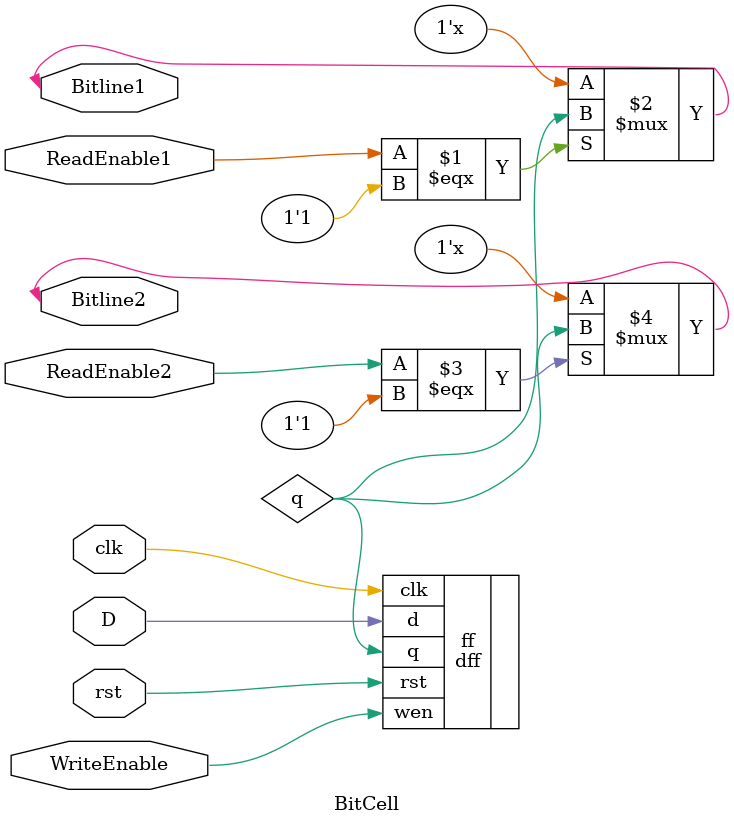
<source format=v>
module BitCell( 
    input clk, 
    input rst, 
    input D, 
    input WriteEnable, ReadEnable1, ReadEnable2, 
    inout Bitline1, Bitline2
);

    dff ff(.q(q), .d(D), .wen(WriteEnable), .clk(clk), .rst(rst));

    assign Bitline1 = (ReadEnable1 === 1'b1) ? q : 1'bz;
    assign Bitline2 = (ReadEnable2 === 1'b1) ? q : 1'bz;

endmodule



</source>
